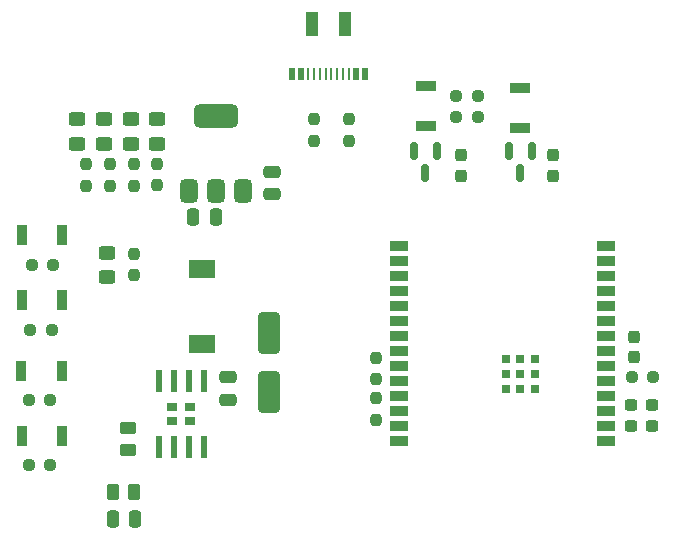
<source format=gbr>
%TF.GenerationSoftware,KiCad,Pcbnew,8.0.1*%
%TF.CreationDate,2024-04-19T02:29:26-07:00*%
%TF.ProjectId,ESP32C3_Upper,45535033-3243-4335-9f55-707065722e6b,rev?*%
%TF.SameCoordinates,Original*%
%TF.FileFunction,Paste,Top*%
%TF.FilePolarity,Positive*%
%FSLAX46Y46*%
G04 Gerber Fmt 4.6, Leading zero omitted, Abs format (unit mm)*
G04 Created by KiCad (PCBNEW 8.0.1) date 2024-04-19 02:29:26*
%MOMM*%
%LPD*%
G01*
G04 APERTURE LIST*
G04 Aperture macros list*
%AMRoundRect*
0 Rectangle with rounded corners*
0 $1 Rounding radius*
0 $2 $3 $4 $5 $6 $7 $8 $9 X,Y pos of 4 corners*
0 Add a 4 corners polygon primitive as box body*
4,1,4,$2,$3,$4,$5,$6,$7,$8,$9,$2,$3,0*
0 Add four circle primitives for the rounded corners*
1,1,$1+$1,$2,$3*
1,1,$1+$1,$4,$5*
1,1,$1+$1,$6,$7*
1,1,$1+$1,$8,$9*
0 Add four rect primitives between the rounded corners*
20,1,$1+$1,$2,$3,$4,$5,0*
20,1,$1+$1,$4,$5,$6,$7,0*
20,1,$1+$1,$6,$7,$8,$9,0*
20,1,$1+$1,$8,$9,$2,$3,0*%
G04 Aperture macros list end*
%ADD10RoundRect,0.237500X-0.237500X0.250000X-0.237500X-0.250000X0.237500X-0.250000X0.237500X0.250000X0*%
%ADD11RoundRect,0.375000X0.375000X-0.625000X0.375000X0.625000X-0.375000X0.625000X-0.375000X-0.625000X0*%
%ADD12RoundRect,0.500000X1.400000X-0.500000X1.400000X0.500000X-1.400000X0.500000X-1.400000X-0.500000X0*%
%ADD13RoundRect,0.237500X0.237500X-0.250000X0.237500X0.250000X-0.237500X0.250000X-0.237500X-0.250000X0*%
%ADD14RoundRect,0.250000X0.475000X-0.250000X0.475000X0.250000X-0.475000X0.250000X-0.475000X-0.250000X0*%
%ADD15R,1.700000X0.900000*%
%ADD16RoundRect,0.237500X-0.300000X-0.237500X0.300000X-0.237500X0.300000X0.237500X-0.300000X0.237500X0*%
%ADD17RoundRect,0.250000X0.250000X0.475000X-0.250000X0.475000X-0.250000X-0.475000X0.250000X-0.475000X0*%
%ADD18RoundRect,0.237500X0.250000X0.237500X-0.250000X0.237500X-0.250000X-0.237500X0.250000X-0.237500X0*%
%ADD19RoundRect,0.250000X-0.450000X0.325000X-0.450000X-0.325000X0.450000X-0.325000X0.450000X0.325000X0*%
%ADD20RoundRect,0.250000X0.450000X-0.262500X0.450000X0.262500X-0.450000X0.262500X-0.450000X-0.262500X0*%
%ADD21R,0.900000X1.700000*%
%ADD22RoundRect,0.250000X-0.650000X1.500000X-0.650000X-1.500000X0.650000X-1.500000X0.650000X1.500000X0*%
%ADD23RoundRect,0.150000X-0.150000X0.587500X-0.150000X-0.587500X0.150000X-0.587500X0.150000X0.587500X0*%
%ADD24RoundRect,0.237500X0.237500X-0.300000X0.237500X0.300000X-0.237500X0.300000X-0.237500X-0.300000X0*%
%ADD25R,0.610000X1.910000*%
%ADD26R,0.930000X0.723000*%
%ADD27R,2.200000X1.500000*%
%ADD28RoundRect,0.237500X-0.250000X-0.237500X0.250000X-0.237500X0.250000X0.237500X-0.250000X0.237500X0*%
%ADD29RoundRect,0.250000X0.262500X0.450000X-0.262500X0.450000X-0.262500X-0.450000X0.262500X-0.450000X0*%
%ADD30R,1.000000X2.000000*%
%ADD31R,0.520000X1.000000*%
%ADD32R,0.270000X1.000000*%
%ADD33R,1.500000X0.900000*%
%ADD34R,0.800000X0.800000*%
%ADD35RoundRect,0.250000X0.450000X-0.325000X0.450000X0.325000X-0.450000X0.325000X-0.450000X-0.325000X0*%
G04 APERTURE END LIST*
D10*
%TO.C,R12*%
X148660000Y-80875000D03*
X148660000Y-82700000D03*
%TD*%
D11*
%TO.C,U1*%
X138110000Y-86950000D03*
X140410000Y-86950000D03*
D12*
X140410000Y-80650000D03*
D11*
X142710000Y-86950000D03*
%TD*%
D13*
%TO.C,R4*%
X153905000Y-106322500D03*
X153905000Y-104497500D03*
%TD*%
D14*
%TO.C,C8*%
X141410000Y-104650000D03*
X141410000Y-102750000D03*
%TD*%
D15*
%TO.C,SW3*%
X158160000Y-78050000D03*
X158160000Y-81450000D03*
%TD*%
D16*
%TO.C,C1*%
X175542500Y-106825000D03*
X177267500Y-106825000D03*
%TD*%
D17*
%TO.C,C6*%
X133560000Y-114700000D03*
X131660000Y-114700000D03*
%TD*%
D18*
%TO.C,R23*%
X126597500Y-93200000D03*
X124772500Y-93200000D03*
%TD*%
D19*
%TO.C,D2*%
X135410000Y-80900000D03*
X135410000Y-82950000D03*
%TD*%
D20*
%TO.C,R3*%
X132910000Y-108862500D03*
X132910000Y-107037500D03*
%TD*%
D13*
%TO.C,R13*%
X133410000Y-94112500D03*
X133410000Y-92287500D03*
%TD*%
%TO.C,R10*%
X131410000Y-86525000D03*
X131410000Y-84700000D03*
%TD*%
D21*
%TO.C,SW7*%
X127360000Y-90700000D03*
X123960000Y-90700000D03*
%TD*%
D22*
%TO.C,D1*%
X144910000Y-98950000D03*
X144910000Y-103950000D03*
%TD*%
D23*
%TO.C,Q1*%
X167110000Y-83575000D03*
X165210000Y-83575000D03*
X166160000Y-85450000D03*
%TD*%
D21*
%TO.C,SW6*%
X127360000Y-96200000D03*
X123960000Y-96200000D03*
%TD*%
D24*
%TO.C,C5*%
X175747500Y-101062500D03*
X175747500Y-99337500D03*
%TD*%
D25*
%TO.C,U2*%
X139340000Y-103067500D03*
X138070000Y-103067500D03*
X136800000Y-103067500D03*
X135530000Y-103067500D03*
X135530000Y-108627500D03*
X136800000Y-108627500D03*
X138070000Y-108627500D03*
X139340000Y-108627500D03*
D26*
X138210000Y-105245000D03*
X136660000Y-105245000D03*
X138210000Y-106450000D03*
X136660000Y-106450000D03*
%TD*%
D18*
%TO.C,R21*%
X126360000Y-104700000D03*
X124535000Y-104700000D03*
%TD*%
D27*
%TO.C,L1*%
X139160000Y-99950000D03*
X139160000Y-93550000D03*
%TD*%
D18*
%TO.C,R22*%
X126485000Y-98700000D03*
X124660000Y-98700000D03*
%TD*%
D24*
%TO.C,C10*%
X168910000Y-85675000D03*
X168910000Y-83950000D03*
%TD*%
D17*
%TO.C,C7*%
X140360000Y-89200000D03*
X138460000Y-89200000D03*
%TD*%
D10*
%TO.C,R14*%
X151660000Y-80875000D03*
X151660000Y-82700000D03*
%TD*%
D24*
%TO.C,C11*%
X161160000Y-85675000D03*
X161160000Y-83950000D03*
%TD*%
D21*
%TO.C,SW5*%
X127360000Y-107700000D03*
X123960000Y-107700000D03*
%TD*%
D13*
%TO.C,R9*%
X133410000Y-86525000D03*
X133410000Y-84700000D03*
%TD*%
D15*
%TO.C,SW2*%
X166160000Y-78250000D03*
X166160000Y-81650000D03*
%TD*%
D18*
%TO.C,R1*%
X177410000Y-102700000D03*
X175585000Y-102700000D03*
%TD*%
D19*
%TO.C,D4*%
X130910000Y-80900000D03*
X130910000Y-82950000D03*
%TD*%
D28*
%TO.C,R6*%
X160747500Y-78950000D03*
X162572500Y-78950000D03*
%TD*%
D29*
%TO.C,R2*%
X133485000Y-112450000D03*
X131660000Y-112450000D03*
%TD*%
D30*
%TO.C,J3*%
X151310000Y-72850000D03*
X148510000Y-72850000D03*
D31*
X153010000Y-77050000D03*
X152260000Y-77050000D03*
D32*
X151660000Y-77050000D03*
X150160000Y-77050000D03*
X149160000Y-77050000D03*
X148160000Y-77050000D03*
D31*
X147560000Y-77050000D03*
X146810000Y-77050000D03*
X146810000Y-77050000D03*
X147560000Y-77050000D03*
D32*
X148660000Y-77050000D03*
X149660000Y-77050000D03*
X150660000Y-77050000D03*
X151160000Y-77050000D03*
D31*
X152260000Y-77050000D03*
X153010000Y-77050000D03*
%TD*%
D23*
%TO.C,Q2*%
X159060000Y-83575000D03*
X157160000Y-83575000D03*
X158110000Y-85450000D03*
%TD*%
D19*
%TO.C,D3*%
X133160000Y-80900000D03*
X133160000Y-82950000D03*
%TD*%
D18*
%TO.C,R7*%
X162572500Y-80700000D03*
X160747500Y-80700000D03*
%TD*%
D14*
%TO.C,C2*%
X145160000Y-87250000D03*
X145160000Y-85350000D03*
%TD*%
D21*
%TO.C,SW4*%
X127310000Y-102200000D03*
X123910000Y-102200000D03*
%TD*%
D33*
%TO.C,U3*%
X173405000Y-108170000D03*
X173405000Y-106900000D03*
X173405000Y-105630000D03*
X173405000Y-104360000D03*
X173405000Y-103090000D03*
X173405000Y-101820000D03*
X173405000Y-100550000D03*
X173405000Y-99280000D03*
X173405000Y-98010000D03*
X173405000Y-96740000D03*
X173405000Y-95470000D03*
X173405000Y-94200000D03*
X173405000Y-92930000D03*
X173405000Y-91660000D03*
X155905000Y-91660000D03*
X155905000Y-92930000D03*
X155905000Y-94200000D03*
X155905000Y-95470000D03*
X155905000Y-96740000D03*
X155905000Y-98010000D03*
X155905000Y-99280000D03*
X155905000Y-100550000D03*
X155905000Y-101820000D03*
X155905000Y-103090000D03*
X155905000Y-104360000D03*
X155905000Y-105630000D03*
X155905000Y-106900000D03*
X155905000Y-108170000D03*
D34*
X167410000Y-103700000D03*
X167410000Y-102450000D03*
X167410000Y-101200000D03*
X166160000Y-103700000D03*
X166160000Y-102450000D03*
X166160000Y-101200000D03*
X164910000Y-103700000D03*
X164910000Y-102450000D03*
X164910000Y-101200000D03*
%TD*%
D16*
%TO.C,C3*%
X175542500Y-105075000D03*
X177267500Y-105075000D03*
%TD*%
D35*
%TO.C,D6*%
X131160000Y-94225000D03*
X131160000Y-92175000D03*
%TD*%
D13*
%TO.C,R8*%
X135410000Y-86500000D03*
X135410000Y-84675000D03*
%TD*%
D10*
%TO.C,R5*%
X153905000Y-101085000D03*
X153905000Y-102910000D03*
%TD*%
D18*
%TO.C,R20*%
X126347500Y-110200000D03*
X124522500Y-110200000D03*
%TD*%
D19*
%TO.C,D5*%
X128660000Y-80900000D03*
X128660000Y-82950000D03*
%TD*%
D13*
%TO.C,R11*%
X129410000Y-86525000D03*
X129410000Y-84700000D03*
%TD*%
M02*

</source>
